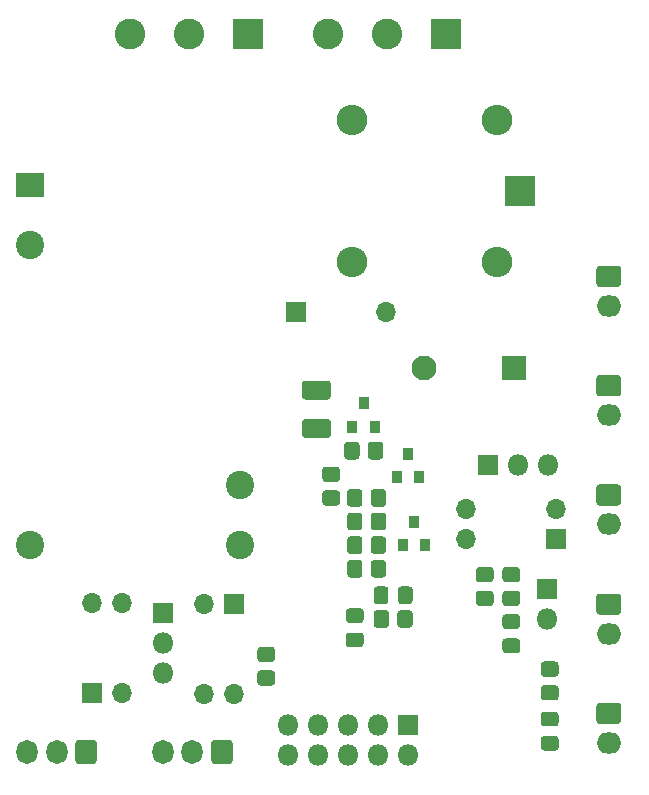
<source format=gts>
G04 #@! TF.GenerationSoftware,KiCad,Pcbnew,(5.1.6)-1*
G04 #@! TF.CreationDate,2021-05-04T19:37:33+03:00*
G04 #@! TF.ProjectId,APC,4150432e-6b69-4636-9164-5f7063625858,rev?*
G04 #@! TF.SameCoordinates,Original*
G04 #@! TF.FileFunction,Soldermask,Top*
G04 #@! TF.FilePolarity,Negative*
%FSLAX46Y46*%
G04 Gerber Fmt 4.6, Leading zero omitted, Abs format (unit mm)*
G04 Created by KiCad (PCBNEW (5.1.6)-1) date 2021-05-04 19:37:33*
%MOMM*%
%LPD*%
G01*
G04 APERTURE LIST*
%ADD10O,1.700000X1.700000*%
%ADD11R,1.700000X1.700000*%
%ADD12O,1.800000X1.800000*%
%ADD13R,1.800000X1.800000*%
%ADD14O,2.100000X1.800000*%
%ADD15C,2.400000*%
%ADD16R,2.400000X2.100000*%
%ADD17R,0.900000X1.000000*%
%ADD18O,2.600000X2.600000*%
%ADD19R,2.600000X2.600000*%
%ADD20C,2.600000*%
%ADD21O,1.800000X2.050000*%
%ADD22C,2.100000*%
%ADD23R,2.100000X2.100000*%
G04 APERTURE END LIST*
D10*
X109500000Y-92870000D03*
X106960000Y-85250000D03*
X106960000Y-92870000D03*
D11*
X109500000Y-85250000D03*
D12*
X114090000Y-98040000D03*
X114090000Y-95500000D03*
X116630000Y-98040000D03*
X116630000Y-95500000D03*
X119170000Y-98040000D03*
X119170000Y-95500000D03*
X121710000Y-98040000D03*
X121710000Y-95500000D03*
X124250000Y-98040000D03*
D13*
X124250000Y-95500000D03*
G36*
G01*
X136728262Y-95600000D02*
X135771738Y-95600000D01*
G75*
G02*
X135500000Y-95328262I0J271738D01*
G01*
X135500000Y-94621738D01*
G75*
G02*
X135771738Y-94350000I271738J0D01*
G01*
X136728262Y-94350000D01*
G75*
G02*
X137000000Y-94621738I0J-271738D01*
G01*
X137000000Y-95328262D01*
G75*
G02*
X136728262Y-95600000I-271738J0D01*
G01*
G37*
G36*
G01*
X136728262Y-97650000D02*
X135771738Y-97650000D01*
G75*
G02*
X135500000Y-97378262I0J271738D01*
G01*
X135500000Y-96671738D01*
G75*
G02*
X135771738Y-96400000I271738J0D01*
G01*
X136728262Y-96400000D01*
G75*
G02*
X137000000Y-96671738I0J-271738D01*
G01*
X137000000Y-97378262D01*
G75*
G02*
X136728262Y-97650000I-271738J0D01*
G01*
G37*
G36*
G01*
X133478262Y-87350000D02*
X132521738Y-87350000D01*
G75*
G02*
X132250000Y-87078262I0J271738D01*
G01*
X132250000Y-86371738D01*
G75*
G02*
X132521738Y-86100000I271738J0D01*
G01*
X133478262Y-86100000D01*
G75*
G02*
X133750000Y-86371738I0J-271738D01*
G01*
X133750000Y-87078262D01*
G75*
G02*
X133478262Y-87350000I-271738J0D01*
G01*
G37*
G36*
G01*
X133478262Y-89400000D02*
X132521738Y-89400000D01*
G75*
G02*
X132250000Y-89128262I0J271738D01*
G01*
X132250000Y-88421738D01*
G75*
G02*
X132521738Y-88150000I271738J0D01*
G01*
X133478262Y-88150000D01*
G75*
G02*
X133750000Y-88421738I0J-271738D01*
G01*
X133750000Y-89128262D01*
G75*
G02*
X133478262Y-89400000I-271738J0D01*
G01*
G37*
G36*
G01*
X119271738Y-87650000D02*
X120228262Y-87650000D01*
G75*
G02*
X120500000Y-87921738I0J-271738D01*
G01*
X120500000Y-88628262D01*
G75*
G02*
X120228262Y-88900000I-271738J0D01*
G01*
X119271738Y-88900000D01*
G75*
G02*
X119000000Y-88628262I0J271738D01*
G01*
X119000000Y-87921738D01*
G75*
G02*
X119271738Y-87650000I271738J0D01*
G01*
G37*
G36*
G01*
X119271738Y-85600000D02*
X120228262Y-85600000D01*
G75*
G02*
X120500000Y-85871738I0J-271738D01*
G01*
X120500000Y-86578262D01*
G75*
G02*
X120228262Y-86850000I-271738J0D01*
G01*
X119271738Y-86850000D01*
G75*
G02*
X119000000Y-86578262I0J271738D01*
G01*
X119000000Y-85871738D01*
G75*
G02*
X119271738Y-85600000I271738J0D01*
G01*
G37*
G36*
G01*
X122600000Y-84021738D02*
X122600000Y-84978262D01*
G75*
G02*
X122328262Y-85250000I-271738J0D01*
G01*
X121621738Y-85250000D01*
G75*
G02*
X121350000Y-84978262I0J271738D01*
G01*
X121350000Y-84021738D01*
G75*
G02*
X121621738Y-83750000I271738J0D01*
G01*
X122328262Y-83750000D01*
G75*
G02*
X122600000Y-84021738I0J-271738D01*
G01*
G37*
G36*
G01*
X124650000Y-84021738D02*
X124650000Y-84978262D01*
G75*
G02*
X124378262Y-85250000I-271738J0D01*
G01*
X123671738Y-85250000D01*
G75*
G02*
X123400000Y-84978262I0J271738D01*
G01*
X123400000Y-84021738D01*
G75*
G02*
X123671738Y-83750000I271738J0D01*
G01*
X124378262Y-83750000D01*
G75*
G02*
X124650000Y-84021738I0J-271738D01*
G01*
G37*
D10*
X122370000Y-60500000D03*
D11*
X114750000Y-60500000D03*
D12*
X136000000Y-86540000D03*
D13*
X136000000Y-84000000D03*
D14*
X141250000Y-78500000D03*
G36*
G01*
X140464706Y-75100000D02*
X142035294Y-75100000D01*
G75*
G02*
X142300000Y-75364706I0J-264706D01*
G01*
X142300000Y-76635294D01*
G75*
G02*
X142035294Y-76900000I-264706J0D01*
G01*
X140464706Y-76900000D01*
G75*
G02*
X140200000Y-76635294I0J264706D01*
G01*
X140200000Y-75364706D01*
G75*
G02*
X140464706Y-75100000I264706J0D01*
G01*
G37*
D15*
X110000000Y-75170000D03*
X110000000Y-80250000D03*
X92220000Y-54850000D03*
D16*
X92220000Y-49770000D03*
D15*
X92220000Y-80250000D03*
D10*
X129130000Y-79750000D03*
X136750000Y-77210000D03*
X129130000Y-77210000D03*
D11*
X136750000Y-79750000D03*
D10*
X97500000Y-85130000D03*
X100040000Y-92750000D03*
X100040000Y-85130000D03*
D11*
X97500000Y-92750000D03*
G36*
G01*
X111770832Y-90850000D02*
X112729168Y-90850000D01*
G75*
G02*
X113000000Y-91120832I0J-270832D01*
G01*
X113000000Y-91879168D01*
G75*
G02*
X112729168Y-92150000I-270832J0D01*
G01*
X111770832Y-92150000D01*
G75*
G02*
X111500000Y-91879168I0J270832D01*
G01*
X111500000Y-91120832D01*
G75*
G02*
X111770832Y-90850000I270832J0D01*
G01*
G37*
G36*
G01*
X111770832Y-88850000D02*
X112729168Y-88850000D01*
G75*
G02*
X113000000Y-89120832I0J-270832D01*
G01*
X113000000Y-89879168D01*
G75*
G02*
X112729168Y-90150000I-270832J0D01*
G01*
X111770832Y-90150000D01*
G75*
G02*
X111500000Y-89879168I0J270832D01*
G01*
X111500000Y-89120832D01*
G75*
G02*
X111770832Y-88850000I270832J0D01*
G01*
G37*
G36*
G01*
X131229168Y-83400000D02*
X130270832Y-83400000D01*
G75*
G02*
X130000000Y-83129168I0J270832D01*
G01*
X130000000Y-82370832D01*
G75*
G02*
X130270832Y-82100000I270832J0D01*
G01*
X131229168Y-82100000D01*
G75*
G02*
X131500000Y-82370832I0J-270832D01*
G01*
X131500000Y-83129168D01*
G75*
G02*
X131229168Y-83400000I-270832J0D01*
G01*
G37*
G36*
G01*
X131229168Y-85400000D02*
X130270832Y-85400000D01*
G75*
G02*
X130000000Y-85129168I0J270832D01*
G01*
X130000000Y-84370832D01*
G75*
G02*
X130270832Y-84100000I270832J0D01*
G01*
X131229168Y-84100000D01*
G75*
G02*
X131500000Y-84370832I0J-270832D01*
G01*
X131500000Y-85129168D01*
G75*
G02*
X131229168Y-85400000I-270832J0D01*
G01*
G37*
G36*
G01*
X136729168Y-91400000D02*
X135770832Y-91400000D01*
G75*
G02*
X135500000Y-91129168I0J270832D01*
G01*
X135500000Y-90370832D01*
G75*
G02*
X135770832Y-90100000I270832J0D01*
G01*
X136729168Y-90100000D01*
G75*
G02*
X137000000Y-90370832I0J-270832D01*
G01*
X137000000Y-91129168D01*
G75*
G02*
X136729168Y-91400000I-270832J0D01*
G01*
G37*
G36*
G01*
X136729168Y-93400000D02*
X135770832Y-93400000D01*
G75*
G02*
X135500000Y-93129168I0J270832D01*
G01*
X135500000Y-92370832D01*
G75*
G02*
X135770832Y-92100000I270832J0D01*
G01*
X136729168Y-92100000D01*
G75*
G02*
X137000000Y-92370832I0J-270832D01*
G01*
X137000000Y-93129168D01*
G75*
G02*
X136729168Y-93400000I-270832J0D01*
G01*
G37*
G36*
G01*
X133479168Y-83400000D02*
X132520832Y-83400000D01*
G75*
G02*
X132250000Y-83129168I0J270832D01*
G01*
X132250000Y-82370832D01*
G75*
G02*
X132520832Y-82100000I270832J0D01*
G01*
X133479168Y-82100000D01*
G75*
G02*
X133750000Y-82370832I0J-270832D01*
G01*
X133750000Y-83129168D01*
G75*
G02*
X133479168Y-83400000I-270832J0D01*
G01*
G37*
G36*
G01*
X133479168Y-85400000D02*
X132520832Y-85400000D01*
G75*
G02*
X132250000Y-85129168I0J270832D01*
G01*
X132250000Y-84370832D01*
G75*
G02*
X132520832Y-84100000I270832J0D01*
G01*
X133479168Y-84100000D01*
G75*
G02*
X133750000Y-84370832I0J-270832D01*
G01*
X133750000Y-85129168D01*
G75*
G02*
X133479168Y-85400000I-270832J0D01*
G01*
G37*
G36*
G01*
X121100000Y-80729168D02*
X121100000Y-79770832D01*
G75*
G02*
X121370832Y-79500000I270832J0D01*
G01*
X122129168Y-79500000D01*
G75*
G02*
X122400000Y-79770832I0J-270832D01*
G01*
X122400000Y-80729168D01*
G75*
G02*
X122129168Y-81000000I-270832J0D01*
G01*
X121370832Y-81000000D01*
G75*
G02*
X121100000Y-80729168I0J270832D01*
G01*
G37*
G36*
G01*
X119100000Y-80729168D02*
X119100000Y-79770832D01*
G75*
G02*
X119370832Y-79500000I270832J0D01*
G01*
X120129168Y-79500000D01*
G75*
G02*
X120400000Y-79770832I0J-270832D01*
G01*
X120400000Y-80729168D01*
G75*
G02*
X120129168Y-81000000I-270832J0D01*
G01*
X119370832Y-81000000D01*
G75*
G02*
X119100000Y-80729168I0J270832D01*
G01*
G37*
G36*
G01*
X120150000Y-71770832D02*
X120150000Y-72729168D01*
G75*
G02*
X119879168Y-73000000I-270832J0D01*
G01*
X119120832Y-73000000D01*
G75*
G02*
X118850000Y-72729168I0J270832D01*
G01*
X118850000Y-71770832D01*
G75*
G02*
X119120832Y-71500000I270832J0D01*
G01*
X119879168Y-71500000D01*
G75*
G02*
X120150000Y-71770832I0J-270832D01*
G01*
G37*
G36*
G01*
X122150000Y-71770832D02*
X122150000Y-72729168D01*
G75*
G02*
X121879168Y-73000000I-270832J0D01*
G01*
X121120832Y-73000000D01*
G75*
G02*
X120850000Y-72729168I0J270832D01*
G01*
X120850000Y-71770832D01*
G75*
G02*
X121120832Y-71500000I270832J0D01*
G01*
X121879168Y-71500000D01*
G75*
G02*
X122150000Y-71770832I0J-270832D01*
G01*
G37*
G36*
G01*
X120400000Y-81770832D02*
X120400000Y-82729168D01*
G75*
G02*
X120129168Y-83000000I-270832J0D01*
G01*
X119370832Y-83000000D01*
G75*
G02*
X119100000Y-82729168I0J270832D01*
G01*
X119100000Y-81770832D01*
G75*
G02*
X119370832Y-81500000I270832J0D01*
G01*
X120129168Y-81500000D01*
G75*
G02*
X120400000Y-81770832I0J-270832D01*
G01*
G37*
G36*
G01*
X122400000Y-81770832D02*
X122400000Y-82729168D01*
G75*
G02*
X122129168Y-83000000I-270832J0D01*
G01*
X121370832Y-83000000D01*
G75*
G02*
X121100000Y-82729168I0J270832D01*
G01*
X121100000Y-81770832D01*
G75*
G02*
X121370832Y-81500000I270832J0D01*
G01*
X122129168Y-81500000D01*
G75*
G02*
X122400000Y-81770832I0J-270832D01*
G01*
G37*
G36*
G01*
X117270832Y-75600000D02*
X118229168Y-75600000D01*
G75*
G02*
X118500000Y-75870832I0J-270832D01*
G01*
X118500000Y-76629168D01*
G75*
G02*
X118229168Y-76900000I-270832J0D01*
G01*
X117270832Y-76900000D01*
G75*
G02*
X117000000Y-76629168I0J270832D01*
G01*
X117000000Y-75870832D01*
G75*
G02*
X117270832Y-75600000I270832J0D01*
G01*
G37*
G36*
G01*
X117270832Y-73600000D02*
X118229168Y-73600000D01*
G75*
G02*
X118500000Y-73870832I0J-270832D01*
G01*
X118500000Y-74629168D01*
G75*
G02*
X118229168Y-74900000I-270832J0D01*
G01*
X117270832Y-74900000D01*
G75*
G02*
X117000000Y-74629168I0J270832D01*
G01*
X117000000Y-73870832D01*
G75*
G02*
X117270832Y-73600000I270832J0D01*
G01*
G37*
G36*
G01*
X121100000Y-76729168D02*
X121100000Y-75770832D01*
G75*
G02*
X121370832Y-75500000I270832J0D01*
G01*
X122129168Y-75500000D01*
G75*
G02*
X122400000Y-75770832I0J-270832D01*
G01*
X122400000Y-76729168D01*
G75*
G02*
X122129168Y-77000000I-270832J0D01*
G01*
X121370832Y-77000000D01*
G75*
G02*
X121100000Y-76729168I0J270832D01*
G01*
G37*
G36*
G01*
X119100000Y-76729168D02*
X119100000Y-75770832D01*
G75*
G02*
X119370832Y-75500000I270832J0D01*
G01*
X120129168Y-75500000D01*
G75*
G02*
X120400000Y-75770832I0J-270832D01*
G01*
X120400000Y-76729168D01*
G75*
G02*
X120129168Y-77000000I-270832J0D01*
G01*
X119370832Y-77000000D01*
G75*
G02*
X119100000Y-76729168I0J270832D01*
G01*
G37*
G36*
G01*
X120400000Y-77770832D02*
X120400000Y-78729168D01*
G75*
G02*
X120129168Y-79000000I-270832J0D01*
G01*
X119370832Y-79000000D01*
G75*
G02*
X119100000Y-78729168I0J270832D01*
G01*
X119100000Y-77770832D01*
G75*
G02*
X119370832Y-77500000I270832J0D01*
G01*
X120129168Y-77500000D01*
G75*
G02*
X120400000Y-77770832I0J-270832D01*
G01*
G37*
G36*
G01*
X122400000Y-77770832D02*
X122400000Y-78729168D01*
G75*
G02*
X122129168Y-79000000I-270832J0D01*
G01*
X121370832Y-79000000D01*
G75*
G02*
X121100000Y-78729168I0J270832D01*
G01*
X121100000Y-77770832D01*
G75*
G02*
X121370832Y-77500000I270832J0D01*
G01*
X122129168Y-77500000D01*
G75*
G02*
X122400000Y-77770832I0J-270832D01*
G01*
G37*
G36*
G01*
X123350000Y-86979168D02*
X123350000Y-86020832D01*
G75*
G02*
X123620832Y-85750000I270832J0D01*
G01*
X124379168Y-85750000D01*
G75*
G02*
X124650000Y-86020832I0J-270832D01*
G01*
X124650000Y-86979168D01*
G75*
G02*
X124379168Y-87250000I-270832J0D01*
G01*
X123620832Y-87250000D01*
G75*
G02*
X123350000Y-86979168I0J270832D01*
G01*
G37*
G36*
G01*
X121350000Y-86979168D02*
X121350000Y-86020832D01*
G75*
G02*
X121620832Y-85750000I270832J0D01*
G01*
X122379168Y-85750000D01*
G75*
G02*
X122650000Y-86020832I0J-270832D01*
G01*
X122650000Y-86979168D01*
G75*
G02*
X122379168Y-87250000I-270832J0D01*
G01*
X121620832Y-87250000D01*
G75*
G02*
X121350000Y-86979168I0J270832D01*
G01*
G37*
D17*
X124750000Y-78250000D03*
X125700000Y-80250000D03*
X123800000Y-80250000D03*
X120500000Y-68250000D03*
X121450000Y-70250000D03*
X119550000Y-70250000D03*
X124250000Y-72500000D03*
X125200000Y-74500000D03*
X123300000Y-74500000D03*
D18*
X131750000Y-56250000D03*
X119550000Y-56250000D03*
X119550000Y-44250000D03*
X131750000Y-44250000D03*
D19*
X133750000Y-50250000D03*
D20*
X117500000Y-37000000D03*
X122500000Y-37000000D03*
D19*
X127500000Y-37000000D03*
D14*
X141250000Y-69250000D03*
G36*
G01*
X140464706Y-65850000D02*
X142035294Y-65850000D01*
G75*
G02*
X142300000Y-66114706I0J-264706D01*
G01*
X142300000Y-67385294D01*
G75*
G02*
X142035294Y-67650000I-264706J0D01*
G01*
X140464706Y-67650000D01*
G75*
G02*
X140200000Y-67385294I0J264706D01*
G01*
X140200000Y-66114706D01*
G75*
G02*
X140464706Y-65850000I264706J0D01*
G01*
G37*
D12*
X136080000Y-73500000D03*
X133540000Y-73500000D03*
D13*
X131000000Y-73500000D03*
D21*
X92000000Y-97750000D03*
X94500000Y-97750000D03*
G36*
G01*
X97900000Y-96989706D02*
X97900000Y-98510294D01*
G75*
G02*
X97635294Y-98775000I-264706J0D01*
G01*
X96364706Y-98775000D01*
G75*
G02*
X96100000Y-98510294I0J264706D01*
G01*
X96100000Y-96989706D01*
G75*
G02*
X96364706Y-96725000I264706J0D01*
G01*
X97635294Y-96725000D01*
G75*
G02*
X97900000Y-96989706I0J-264706D01*
G01*
G37*
D12*
X103500000Y-91080000D03*
X103500000Y-88540000D03*
D13*
X103500000Y-86000000D03*
D21*
X103500000Y-97750000D03*
X106000000Y-97750000D03*
G36*
G01*
X109400000Y-96989706D02*
X109400000Y-98510294D01*
G75*
G02*
X109135294Y-98775000I-264706J0D01*
G01*
X107864706Y-98775000D01*
G75*
G02*
X107600000Y-98510294I0J264706D01*
G01*
X107600000Y-96989706D01*
G75*
G02*
X107864706Y-96725000I264706J0D01*
G01*
X109135294Y-96725000D01*
G75*
G02*
X109400000Y-96989706I0J-264706D01*
G01*
G37*
D20*
X100750000Y-37000000D03*
X105750000Y-37000000D03*
D19*
X110750000Y-37000000D03*
D14*
X141250000Y-97000000D03*
G36*
G01*
X140464706Y-93600000D02*
X142035294Y-93600000D01*
G75*
G02*
X142300000Y-93864706I0J-264706D01*
G01*
X142300000Y-95135294D01*
G75*
G02*
X142035294Y-95400000I-264706J0D01*
G01*
X140464706Y-95400000D01*
G75*
G02*
X140200000Y-95135294I0J264706D01*
G01*
X140200000Y-93864706D01*
G75*
G02*
X140464706Y-93600000I264706J0D01*
G01*
G37*
X141250000Y-87750000D03*
G36*
G01*
X140464706Y-84350000D02*
X142035294Y-84350000D01*
G75*
G02*
X142300000Y-84614706I0J-264706D01*
G01*
X142300000Y-85885294D01*
G75*
G02*
X142035294Y-86150000I-264706J0D01*
G01*
X140464706Y-86150000D01*
G75*
G02*
X140200000Y-85885294I0J264706D01*
G01*
X140200000Y-84614706D01*
G75*
G02*
X140464706Y-84350000I264706J0D01*
G01*
G37*
X141250000Y-60000000D03*
G36*
G01*
X140464706Y-56600000D02*
X142035294Y-56600000D01*
G75*
G02*
X142300000Y-56864706I0J-264706D01*
G01*
X142300000Y-58135294D01*
G75*
G02*
X142035294Y-58400000I-264706J0D01*
G01*
X140464706Y-58400000D01*
G75*
G02*
X140200000Y-58135294I0J264706D01*
G01*
X140200000Y-56864706D01*
G75*
G02*
X140464706Y-56600000I264706J0D01*
G01*
G37*
G36*
G01*
X115541667Y-69575000D02*
X117458333Y-69575000D01*
G75*
G02*
X117725000Y-69841667I0J-266667D01*
G01*
X117725000Y-70908333D01*
G75*
G02*
X117458333Y-71175000I-266667J0D01*
G01*
X115541667Y-71175000D01*
G75*
G02*
X115275000Y-70908333I0J266667D01*
G01*
X115275000Y-69841667D01*
G75*
G02*
X115541667Y-69575000I266667J0D01*
G01*
G37*
G36*
G01*
X115541667Y-66325000D02*
X117458333Y-66325000D01*
G75*
G02*
X117725000Y-66591667I0J-266667D01*
G01*
X117725000Y-67658333D01*
G75*
G02*
X117458333Y-67925000I-266667J0D01*
G01*
X115541667Y-67925000D01*
G75*
G02*
X115275000Y-67658333I0J266667D01*
G01*
X115275000Y-66591667D01*
G75*
G02*
X115541667Y-66325000I266667J0D01*
G01*
G37*
D22*
X125650000Y-65250000D03*
D23*
X133250000Y-65250000D03*
M02*

</source>
